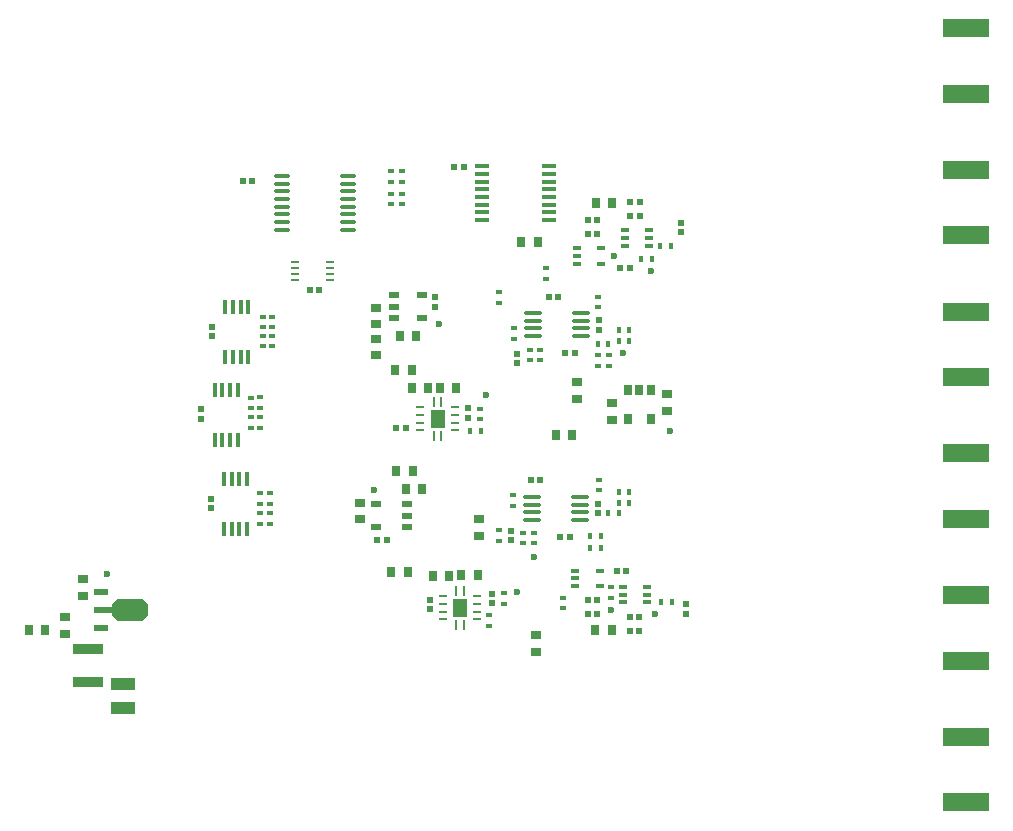
<source format=gbr>
G04 Layer_Color=128*
%FSLAX26Y26*%
%MOIN*%
%TF.FileFunction,Paste,Bot*%
%TF.Part,Single*%
G01*
G75*
%TA.AperFunction,SMDPad,CuDef*%
%ADD10R,0.020472X0.020472*%
%ADD11R,0.020472X0.020472*%
%ADD12R,0.017716X0.021654*%
%ADD13R,0.021654X0.017716*%
%ADD17R,0.155512X0.059055*%
%ADD18C,0.023622*%
%ADD25R,0.035433X0.027559*%
%ADD35O,0.055118X0.013780*%
%ADD36O,0.059055X0.015709*%
%ADD39R,0.102362X0.037402*%
%ADD44R,0.027559X0.035433*%
%ADD48R,0.025591X0.035433*%
G04:AMPARAMS|DCode=97|XSize=15.709mil|YSize=25.591mil|CornerRadius=1.964mil|HoleSize=0mil|Usage=FLASHONLY|Rotation=90.000|XOffset=0mil|YOffset=0mil|HoleType=Round|Shape=RoundedRectangle|*
%AMROUNDEDRECTD97*
21,1,0.015709,0.021663,0,0,90.0*
21,1,0.011781,0.025591,0,0,90.0*
1,1,0.003927,0.010832,0.005891*
1,1,0.003927,0.010832,-0.005891*
1,1,0.003927,-0.010832,-0.005891*
1,1,0.003927,-0.010832,0.005891*
%
%ADD97ROUNDEDRECTD97*%
%ADD98R,0.031496X0.035433*%
%ADD99R,0.081890X0.038583*%
G04:AMPARAMS|DCode=102|XSize=9.842mil|YSize=23.622mil|CornerRadius=1.968mil|HoleSize=0mil|Usage=FLASHONLY|Rotation=270.000|XOffset=0mil|YOffset=0mil|HoleType=Round|Shape=RoundedRectangle|*
%AMROUNDEDRECTD102*
21,1,0.009842,0.019685,0,0,270.0*
21,1,0.005905,0.023622,0,0,270.0*
1,1,0.003937,-0.009842,-0.002953*
1,1,0.003937,-0.009842,0.002953*
1,1,0.003937,0.009842,0.002953*
1,1,0.003937,0.009842,-0.002953*
%
%ADD102ROUNDEDRECTD102*%
%ADD103R,0.035433X0.023622*%
%ADD104R,0.035433X0.031496*%
G04:AMPARAMS|DCode=105|XSize=70.866mil|YSize=118.11mil|CornerRadius=0mil|HoleSize=0mil|Usage=FLASHONLY|Rotation=270.000|XOffset=0mil|YOffset=0mil|HoleType=Round|Shape=Octagon|*
%AMOCTAGOND105*
4,1,8,0.059055,0.017716,0.059055,-0.017716,0.041339,-0.035433,-0.041339,-0.035433,-0.059055,-0.017716,-0.059055,0.017716,-0.041339,0.035433,0.041339,0.035433,0.059055,0.017716,0.0*
%
%ADD105OCTAGOND105*%

%ADD106R,0.047244X0.019685*%
%ADD107R,0.062992X0.019685*%
G04:AMPARAMS|DCode=108|XSize=15.709mil|YSize=45.276mil|CornerRadius=1.728mil|HoleSize=0mil|Usage=FLASHONLY|Rotation=0.000|XOffset=0mil|YOffset=0mil|HoleType=Round|Shape=RoundedRectangle|*
%AMROUNDEDRECTD108*
21,1,0.015709,0.041820,0,0,0.0*
21,1,0.012253,0.045276,0,0,0.0*
1,1,0.003456,0.006127,-0.020910*
1,1,0.003456,-0.006127,-0.020910*
1,1,0.003456,-0.006127,0.020910*
1,1,0.003456,0.006127,0.020910*
%
%ADD108ROUNDEDRECTD108*%
G04:AMPARAMS|DCode=109|XSize=15.744mil|YSize=47.244mil|CornerRadius=1.968mil|HoleSize=0mil|Usage=FLASHONLY|Rotation=90.000|XOffset=0mil|YOffset=0mil|HoleType=Round|Shape=RoundedRectangle|*
%AMROUNDEDRECTD109*
21,1,0.015744,0.043308,0,0,90.0*
21,1,0.011808,0.047244,0,0,90.0*
1,1,0.003936,0.021654,0.005904*
1,1,0.003936,0.021654,-0.005904*
1,1,0.003936,-0.021654,-0.005904*
1,1,0.003936,-0.021654,0.005904*
%
%ADD109ROUNDEDRECTD109*%
G04:AMPARAMS|DCode=110|XSize=21.654mil|YSize=31.496mil|CornerRadius=1.949mil|HoleSize=0mil|Usage=FLASHONLY|Rotation=90.000|XOffset=0mil|YOffset=0mil|HoleType=Round|Shape=RoundedRectangle|*
%AMROUNDEDRECTD110*
21,1,0.021654,0.027599,0,0,90.0*
21,1,0.017756,0.031496,0,0,90.0*
1,1,0.003898,0.013799,0.008878*
1,1,0.003898,0.013799,-0.008878*
1,1,0.003898,-0.013799,-0.008878*
1,1,0.003898,-0.013799,0.008878*
%
%ADD110ROUNDEDRECTD110*%
%TA.AperFunction,NonConductor*%
%ADD192R,0.051181X0.061024*%
%ADD193R,0.009055X0.035433*%
%TA.AperFunction,SMDPad,CuDef*%
%ADD194R,0.007874X0.017716*%
%ADD195O,0.031496X0.009842*%
D10*
X4960630Y3657480D02*
D03*
Y3688976D02*
D03*
X5251968Y3748032D02*
D03*
Y3779528D02*
D03*
X5527559Y4716535D02*
D03*
Y4685039D02*
D03*
X5543307Y3413386D02*
D03*
Y3444882D02*
D03*
X4897638Y3448819D02*
D03*
Y3480315D02*
D03*
X4692913Y3460630D02*
D03*
Y3429134D02*
D03*
X4980315Y4248032D02*
D03*
Y4279528D02*
D03*
X5253319Y4360236D02*
D03*
Y4391732D02*
D03*
X4818898Y4066929D02*
D03*
Y4098425D02*
D03*
X4708661Y4437008D02*
D03*
Y4468504D02*
D03*
X3960630Y3765748D02*
D03*
Y3797244D02*
D03*
X3929134Y4062992D02*
D03*
Y4094488D02*
D03*
X3964567Y4338583D02*
D03*
Y4370079D02*
D03*
D11*
X5359618Y4738189D02*
D03*
X5391114D02*
D03*
X5217886Y4679134D02*
D03*
X5249382D02*
D03*
X5059055Y3858268D02*
D03*
X5027559D02*
D03*
X5125984Y3669291D02*
D03*
X5157480D02*
D03*
X5359618Y4785433D02*
D03*
X5391114D02*
D03*
X5216535Y3413386D02*
D03*
X5248032D02*
D03*
X5217886Y4726378D02*
D03*
X5249382D02*
D03*
X5325787Y4566929D02*
D03*
X5357283D02*
D03*
X5389764Y3354331D02*
D03*
X5358268D02*
D03*
X5346457Y3555118D02*
D03*
X5314961D02*
D03*
X5389764Y3401575D02*
D03*
X5358268D02*
D03*
X5216535Y3460630D02*
D03*
X5248032D02*
D03*
X4547244Y3657480D02*
D03*
X4515748D02*
D03*
X5118110Y4468504D02*
D03*
X5086614D02*
D03*
X5173228Y4283465D02*
D03*
X5141732D02*
D03*
X4771654Y4901575D02*
D03*
X4803150D02*
D03*
X4066929Y4854331D02*
D03*
X4098425D02*
D03*
X4578740Y4031496D02*
D03*
X4610236D02*
D03*
X4291339Y4492126D02*
D03*
X4322835D02*
D03*
D12*
X5285433Y3748032D02*
D03*
X5320866D02*
D03*
X5250000Y4311024D02*
D03*
X5285433D02*
D03*
X5261811Y3673228D02*
D03*
X5226378D02*
D03*
X5226378Y3633858D02*
D03*
X5261811D02*
D03*
X5356299Y3818898D02*
D03*
X5320866D02*
D03*
X5320866Y3783465D02*
D03*
X5356299D02*
D03*
X5395669Y4594488D02*
D03*
X5431102D02*
D03*
X5494094Y4637795D02*
D03*
X5458661D02*
D03*
X5498031Y3452756D02*
D03*
X5462598D02*
D03*
X5320866Y4322835D02*
D03*
X5356299D02*
D03*
X5356299Y4358268D02*
D03*
X5320866D02*
D03*
X4824803Y4023622D02*
D03*
X4860236D02*
D03*
D13*
X5133858Y3466535D02*
D03*
Y3431102D02*
D03*
X5078740Y4564961D02*
D03*
Y4529528D02*
D03*
X5039370Y3683071D02*
D03*
Y3647638D02*
D03*
X5059055Y4257874D02*
D03*
Y4293307D02*
D03*
X4968504Y3809055D02*
D03*
Y3773622D02*
D03*
X5000000Y3683071D02*
D03*
Y3647638D02*
D03*
X4921260Y3690945D02*
D03*
Y3655512D02*
D03*
X5255905Y3824803D02*
D03*
Y3860236D02*
D03*
X5295276Y3501968D02*
D03*
Y3466535D02*
D03*
X4889764Y3372047D02*
D03*
Y3407480D02*
D03*
X4937008Y3446850D02*
D03*
Y3482283D02*
D03*
X4969855Y4330708D02*
D03*
Y4366142D02*
D03*
X5023622Y4293307D02*
D03*
Y4257874D02*
D03*
X5289370Y4274973D02*
D03*
Y4239540D02*
D03*
X5250000Y4239540D02*
D03*
Y4274973D02*
D03*
X4922610Y4448819D02*
D03*
Y4484252D02*
D03*
X5251968Y4435039D02*
D03*
Y4470472D02*
D03*
X4598425Y4812992D02*
D03*
Y4777559D02*
D03*
X4562992Y4777559D02*
D03*
Y4812992D02*
D03*
Y4887795D02*
D03*
Y4852362D02*
D03*
X4598425Y4852362D02*
D03*
Y4887795D02*
D03*
X4858268Y4061024D02*
D03*
Y4096457D02*
D03*
X4133858Y4305118D02*
D03*
Y4340551D02*
D03*
X4165354Y4305118D02*
D03*
Y4340551D02*
D03*
Y4403543D02*
D03*
Y4368110D02*
D03*
X4133858Y4403543D02*
D03*
Y4368110D02*
D03*
X4125984Y4033465D02*
D03*
Y4068898D02*
D03*
X4094488Y4033465D02*
D03*
Y4068898D02*
D03*
X4125984Y4135827D02*
D03*
Y4100394D02*
D03*
X4094488Y4133858D02*
D03*
Y4098425D02*
D03*
X4158603Y3712599D02*
D03*
Y3748032D02*
D03*
X4125984Y3712599D02*
D03*
Y3748032D02*
D03*
X4158603Y3814961D02*
D03*
Y3779527D02*
D03*
X4125984Y3814961D02*
D03*
Y3779527D02*
D03*
D17*
X6477362Y4674409D02*
D03*
Y4892520D02*
D03*
Y3257087D02*
D03*
Y3475197D02*
D03*
Y3729528D02*
D03*
Y3947638D02*
D03*
Y4201968D02*
D03*
Y4420079D02*
D03*
Y5146850D02*
D03*
Y5364960D02*
D03*
Y2784646D02*
D03*
Y3002756D02*
D03*
D18*
X4720472Y4377953D02*
D03*
X5334646Y4281496D02*
D03*
X5039370Y3602362D02*
D03*
X5305118Y4604331D02*
D03*
X5440945Y3413386D02*
D03*
X5429134Y4555118D02*
D03*
X5295276Y3425197D02*
D03*
X4980315Y3484252D02*
D03*
X4877953Y4141732D02*
D03*
X5492126Y4023622D02*
D03*
X4503937Y3826772D02*
D03*
X3614173Y3547244D02*
D03*
D25*
X5181102Y4185039D02*
D03*
Y4129921D02*
D03*
X4854331Y3673228D02*
D03*
Y3728347D02*
D03*
X3535433Y3527559D02*
D03*
Y3472441D02*
D03*
X3476378Y3401575D02*
D03*
Y3346457D02*
D03*
X5043307Y3287402D02*
D03*
Y3342520D02*
D03*
X4456693Y3728347D02*
D03*
Y3783465D02*
D03*
X5480315Y4145669D02*
D03*
Y4090551D02*
D03*
X5299212Y4114173D02*
D03*
Y4059055D02*
D03*
X4511811Y4377953D02*
D03*
Y4433071D02*
D03*
D35*
X4417323Y4873032D02*
D03*
Y4847441D02*
D03*
Y4821850D02*
D03*
Y4796260D02*
D03*
Y4770669D02*
D03*
Y4745079D02*
D03*
Y4719488D02*
D03*
Y4693898D02*
D03*
X4196850Y4873032D02*
D03*
Y4847441D02*
D03*
Y4821850D02*
D03*
Y4796260D02*
D03*
Y4770669D02*
D03*
Y4745079D02*
D03*
Y4719488D02*
D03*
Y4693898D02*
D03*
D36*
X5189961Y3802165D02*
D03*
Y3776575D02*
D03*
Y3750984D02*
D03*
Y3725394D02*
D03*
X5030512Y3802165D02*
D03*
Y3776575D02*
D03*
Y3750984D02*
D03*
Y3725394D02*
D03*
X5193898Y4416339D02*
D03*
Y4390748D02*
D03*
Y4365158D02*
D03*
Y4339567D02*
D03*
X5034449Y4416339D02*
D03*
Y4390748D02*
D03*
Y4365158D02*
D03*
Y4339567D02*
D03*
D39*
X3551181Y3185039D02*
D03*
Y3295276D02*
D03*
D44*
X5051181Y4653543D02*
D03*
X4996063D02*
D03*
X4850394Y3543307D02*
D03*
X4795276D02*
D03*
X4755905Y3539370D02*
D03*
X4700787D02*
D03*
X4665354Y3830709D02*
D03*
X4610236D02*
D03*
X4685039Y4165354D02*
D03*
X4629921D02*
D03*
X4724409Y4165354D02*
D03*
X4779528D02*
D03*
X4590551Y4338583D02*
D03*
X4645669D02*
D03*
D48*
X5352362Y4062992D02*
D03*
X5427165D02*
D03*
Y4157480D02*
D03*
X5389764D02*
D03*
X5352362D02*
D03*
D97*
X5414370Y3501969D02*
D03*
Y3476378D02*
D03*
Y3450787D02*
D03*
X5333661D02*
D03*
Y3476378D02*
D03*
Y3501969D02*
D03*
X5341535Y4639764D02*
D03*
Y4665354D02*
D03*
Y4690945D02*
D03*
X5422244D02*
D03*
Y4665354D02*
D03*
Y4639764D02*
D03*
X5260827Y4580709D02*
D03*
Y4631890D02*
D03*
X5180118D02*
D03*
Y4606299D02*
D03*
Y4580709D02*
D03*
X5256890Y3505905D02*
D03*
Y3557087D02*
D03*
X5176181D02*
D03*
Y3531496D02*
D03*
Y3505905D02*
D03*
D98*
X5298949Y4781850D02*
D03*
X5243831D02*
D03*
X4618110Y3551181D02*
D03*
X4562992D02*
D03*
X5297598Y3357914D02*
D03*
X5242480D02*
D03*
X4633858Y3889764D02*
D03*
X4578740D02*
D03*
X5110236Y4007874D02*
D03*
X5165354D02*
D03*
X4574803Y4224409D02*
D03*
X4629921D02*
D03*
X3409449Y3358268D02*
D03*
X3354331D02*
D03*
D99*
X3669291Y3098032D02*
D03*
Y3177559D02*
D03*
D102*
X4358268Y4584646D02*
D03*
Y4564961D02*
D03*
Y4545275D02*
D03*
Y4525591D02*
D03*
X4240158Y4584646D02*
D03*
Y4564961D02*
D03*
Y4545275D02*
D03*
Y4525591D02*
D03*
D103*
X4570866Y4399606D02*
D03*
Y4437008D02*
D03*
Y4474409D02*
D03*
X4665354D02*
D03*
Y4399606D02*
D03*
D104*
X4511811Y4330709D02*
D03*
Y4275591D02*
D03*
D105*
X3692913Y3425197D02*
D03*
D106*
X3594488Y3484252D02*
D03*
Y3366142D02*
D03*
D107*
X3602362Y3425197D02*
D03*
D108*
X4008997Y4436024D02*
D03*
X4034587D02*
D03*
X4060178D02*
D03*
X4085768D02*
D03*
X4008997Y4268701D02*
D03*
X4034587D02*
D03*
X4060178D02*
D03*
X4085768D02*
D03*
X3973563Y4160433D02*
D03*
X3999154D02*
D03*
X4024744D02*
D03*
X4050335D02*
D03*
X3973563Y3993110D02*
D03*
X3999154D02*
D03*
X4024744D02*
D03*
X4050335D02*
D03*
X4005059Y3863189D02*
D03*
X4030650D02*
D03*
X4056240D02*
D03*
X4081831D02*
D03*
X4005059Y3695866D02*
D03*
X4030650D02*
D03*
X4056240D02*
D03*
X4081831D02*
D03*
D109*
X5088583Y4904528D02*
D03*
Y4878937D02*
D03*
Y4853346D02*
D03*
Y4827756D02*
D03*
Y4802165D02*
D03*
Y4776575D02*
D03*
Y4750984D02*
D03*
Y4725394D02*
D03*
X4864173Y4904528D02*
D03*
Y4878937D02*
D03*
Y4853346D02*
D03*
Y4827756D02*
D03*
Y4802165D02*
D03*
Y4776575D02*
D03*
Y4750984D02*
D03*
Y4725394D02*
D03*
D110*
X4512795Y3777559D02*
D03*
Y3702756D02*
D03*
X4613189D02*
D03*
Y3740157D02*
D03*
Y3777559D02*
D03*
D192*
X4716523Y4062993D02*
D03*
X4791339Y3433071D02*
D03*
D193*
X4729331Y4119095D02*
D03*
X4703740Y4119094D02*
D03*
Y4006890D02*
D03*
X4729331Y4006891D02*
D03*
X4804134Y3376968D02*
D03*
X4778543D02*
D03*
Y3489173D02*
D03*
X4804134D02*
D03*
D194*
X4716535Y4062992D02*
D03*
X4791339Y3433071D02*
D03*
D195*
X4658465Y4101378D02*
D03*
Y4075787D02*
D03*
Y4050197D02*
D03*
Y4024606D02*
D03*
X4774606D02*
D03*
Y4050197D02*
D03*
Y4075787D02*
D03*
Y4101378D02*
D03*
X4849410Y3471457D02*
D03*
Y3445866D02*
D03*
Y3420276D02*
D03*
Y3394685D02*
D03*
X4733268D02*
D03*
Y3420276D02*
D03*
Y3445866D02*
D03*
Y3471457D02*
D03*
%TF.MD5,054d48f2c95a9e85ec5b17e095c6cf54*%
M02*

</source>
